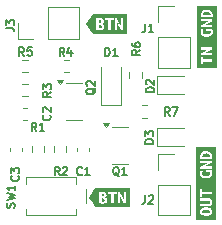
<source format=gbr>
%TF.GenerationSoftware,KiCad,Pcbnew,8.0.1*%
%TF.CreationDate,2024-05-12T11:03:26+05:30*%
%TF.ProjectId,PBSEQ-D1,50425345-512d-4443-912e-6b696361645f,0.1*%
%TF.SameCoordinates,PX7bfa480PY68e7780*%
%TF.FileFunction,Legend,Top*%
%TF.FilePolarity,Positive*%
%FSLAX46Y46*%
G04 Gerber Fmt 4.6, Leading zero omitted, Abs format (unit mm)*
G04 Created by KiCad (PCBNEW 8.0.1) date 2024-05-12 11:03:26*
%MOMM*%
%LPD*%
G01*
G04 APERTURE LIST*
%ADD10C,0.150000*%
%ADD11C,0.120000*%
%ADD12C,0.000000*%
G04 APERTURE END LIST*
D10*
X1422700Y1296667D02*
X1456033Y1396667D01*
X1456033Y1396667D02*
X1456033Y1563333D01*
X1456033Y1563333D02*
X1422700Y1630000D01*
X1422700Y1630000D02*
X1389366Y1663333D01*
X1389366Y1663333D02*
X1322700Y1696667D01*
X1322700Y1696667D02*
X1256033Y1696667D01*
X1256033Y1696667D02*
X1189366Y1663333D01*
X1189366Y1663333D02*
X1156033Y1630000D01*
X1156033Y1630000D02*
X1122700Y1563333D01*
X1122700Y1563333D02*
X1089366Y1430000D01*
X1089366Y1430000D02*
X1056033Y1363333D01*
X1056033Y1363333D02*
X1022700Y1330000D01*
X1022700Y1330000D02*
X956033Y1296667D01*
X956033Y1296667D02*
X889366Y1296667D01*
X889366Y1296667D02*
X822700Y1330000D01*
X822700Y1330000D02*
X789366Y1363333D01*
X789366Y1363333D02*
X756033Y1430000D01*
X756033Y1430000D02*
X756033Y1596667D01*
X756033Y1596667D02*
X789366Y1696667D01*
X756033Y1930000D02*
X1456033Y2096667D01*
X1456033Y2096667D02*
X956033Y2230000D01*
X956033Y2230000D02*
X1456033Y2363334D01*
X1456033Y2363334D02*
X756033Y2530000D01*
X1456033Y3163334D02*
X1456033Y2763334D01*
X1456033Y2963334D02*
X756033Y2963334D01*
X756033Y2963334D02*
X856033Y2896667D01*
X856033Y2896667D02*
X922700Y2830000D01*
X922700Y2830000D02*
X956033Y2763334D01*
X14568333Y9098967D02*
X14335000Y9432300D01*
X14168333Y9098967D02*
X14168333Y9798967D01*
X14168333Y9798967D02*
X14435000Y9798967D01*
X14435000Y9798967D02*
X14501667Y9765634D01*
X14501667Y9765634D02*
X14535000Y9732300D01*
X14535000Y9732300D02*
X14568333Y9665634D01*
X14568333Y9665634D02*
X14568333Y9565634D01*
X14568333Y9565634D02*
X14535000Y9498967D01*
X14535000Y9498967D02*
X14501667Y9465634D01*
X14501667Y9465634D02*
X14435000Y9432300D01*
X14435000Y9432300D02*
X14168333Y9432300D01*
X14801667Y9798967D02*
X15268333Y9798967D01*
X15268333Y9798967D02*
X14968333Y9098967D01*
X12071033Y14648334D02*
X11737700Y14415001D01*
X12071033Y14248334D02*
X11371033Y14248334D01*
X11371033Y14248334D02*
X11371033Y14515001D01*
X11371033Y14515001D02*
X11404366Y14581667D01*
X11404366Y14581667D02*
X11437700Y14615001D01*
X11437700Y14615001D02*
X11504366Y14648334D01*
X11504366Y14648334D02*
X11604366Y14648334D01*
X11604366Y14648334D02*
X11671033Y14615001D01*
X11671033Y14615001D02*
X11704366Y14581667D01*
X11704366Y14581667D02*
X11737700Y14515001D01*
X11737700Y14515001D02*
X11737700Y14248334D01*
X11371033Y15248334D02*
X11371033Y15115001D01*
X11371033Y15115001D02*
X11404366Y15048334D01*
X11404366Y15048334D02*
X11437700Y15015001D01*
X11437700Y15015001D02*
X11537700Y14948334D01*
X11537700Y14948334D02*
X11671033Y14915001D01*
X11671033Y14915001D02*
X11937700Y14915001D01*
X11937700Y14915001D02*
X12004366Y14948334D01*
X12004366Y14948334D02*
X12037700Y14981667D01*
X12037700Y14981667D02*
X12071033Y15048334D01*
X12071033Y15048334D02*
X12071033Y15181667D01*
X12071033Y15181667D02*
X12037700Y15248334D01*
X12037700Y15248334D02*
X12004366Y15281667D01*
X12004366Y15281667D02*
X11937700Y15315001D01*
X11937700Y15315001D02*
X11771033Y15315001D01*
X11771033Y15315001D02*
X11704366Y15281667D01*
X11704366Y15281667D02*
X11671033Y15248334D01*
X11671033Y15248334D02*
X11637700Y15181667D01*
X11637700Y15181667D02*
X11637700Y15048334D01*
X11637700Y15048334D02*
X11671033Y14981667D01*
X11671033Y14981667D02*
X11704366Y14948334D01*
X11704366Y14948334D02*
X11771033Y14915001D01*
X2248333Y14178967D02*
X2015000Y14512300D01*
X1848333Y14178967D02*
X1848333Y14878967D01*
X1848333Y14878967D02*
X2115000Y14878967D01*
X2115000Y14878967D02*
X2181667Y14845634D01*
X2181667Y14845634D02*
X2215000Y14812300D01*
X2215000Y14812300D02*
X2248333Y14745634D01*
X2248333Y14745634D02*
X2248333Y14645634D01*
X2248333Y14645634D02*
X2215000Y14578967D01*
X2215000Y14578967D02*
X2181667Y14545634D01*
X2181667Y14545634D02*
X2115000Y14512300D01*
X2115000Y14512300D02*
X1848333Y14512300D01*
X2881667Y14878967D02*
X2548333Y14878967D01*
X2548333Y14878967D02*
X2515000Y14545634D01*
X2515000Y14545634D02*
X2548333Y14578967D01*
X2548333Y14578967D02*
X2615000Y14612300D01*
X2615000Y14612300D02*
X2781667Y14612300D01*
X2781667Y14612300D02*
X2848333Y14578967D01*
X2848333Y14578967D02*
X2881667Y14545634D01*
X2881667Y14545634D02*
X2915000Y14478967D01*
X2915000Y14478967D02*
X2915000Y14312300D01*
X2915000Y14312300D02*
X2881667Y14245634D01*
X2881667Y14245634D02*
X2848333Y14212300D01*
X2848333Y14212300D02*
X2781667Y14178967D01*
X2781667Y14178967D02*
X2615000Y14178967D01*
X2615000Y14178967D02*
X2548333Y14212300D01*
X2548333Y14212300D02*
X2515000Y14245634D01*
X5648333Y14138967D02*
X5415000Y14472300D01*
X5248333Y14138967D02*
X5248333Y14838967D01*
X5248333Y14838967D02*
X5515000Y14838967D01*
X5515000Y14838967D02*
X5581667Y14805634D01*
X5581667Y14805634D02*
X5615000Y14772300D01*
X5615000Y14772300D02*
X5648333Y14705634D01*
X5648333Y14705634D02*
X5648333Y14605634D01*
X5648333Y14605634D02*
X5615000Y14538967D01*
X5615000Y14538967D02*
X5581667Y14505634D01*
X5581667Y14505634D02*
X5515000Y14472300D01*
X5515000Y14472300D02*
X5248333Y14472300D01*
X6248333Y14605634D02*
X6248333Y14138967D01*
X6081667Y14872300D02*
X5915000Y14372300D01*
X5915000Y14372300D02*
X6348333Y14372300D01*
X4541033Y11098334D02*
X4207700Y10865001D01*
X4541033Y10698334D02*
X3841033Y10698334D01*
X3841033Y10698334D02*
X3841033Y10965001D01*
X3841033Y10965001D02*
X3874366Y11031667D01*
X3874366Y11031667D02*
X3907700Y11065001D01*
X3907700Y11065001D02*
X3974366Y11098334D01*
X3974366Y11098334D02*
X4074366Y11098334D01*
X4074366Y11098334D02*
X4141033Y11065001D01*
X4141033Y11065001D02*
X4174366Y11031667D01*
X4174366Y11031667D02*
X4207700Y10965001D01*
X4207700Y10965001D02*
X4207700Y10698334D01*
X3841033Y11331667D02*
X3841033Y11765001D01*
X3841033Y11765001D02*
X4107700Y11531667D01*
X4107700Y11531667D02*
X4107700Y11631667D01*
X4107700Y11631667D02*
X4141033Y11698334D01*
X4141033Y11698334D02*
X4174366Y11731667D01*
X4174366Y11731667D02*
X4241033Y11765001D01*
X4241033Y11765001D02*
X4407700Y11765001D01*
X4407700Y11765001D02*
X4474366Y11731667D01*
X4474366Y11731667D02*
X4507700Y11698334D01*
X4507700Y11698334D02*
X4541033Y11631667D01*
X4541033Y11631667D02*
X4541033Y11431667D01*
X4541033Y11431667D02*
X4507700Y11365001D01*
X4507700Y11365001D02*
X4474366Y11331667D01*
X5238333Y4048967D02*
X5005000Y4382300D01*
X4838333Y4048967D02*
X4838333Y4748967D01*
X4838333Y4748967D02*
X5105000Y4748967D01*
X5105000Y4748967D02*
X5171667Y4715634D01*
X5171667Y4715634D02*
X5205000Y4682300D01*
X5205000Y4682300D02*
X5238333Y4615634D01*
X5238333Y4615634D02*
X5238333Y4515634D01*
X5238333Y4515634D02*
X5205000Y4448967D01*
X5205000Y4448967D02*
X5171667Y4415634D01*
X5171667Y4415634D02*
X5105000Y4382300D01*
X5105000Y4382300D02*
X4838333Y4382300D01*
X5505000Y4682300D02*
X5538333Y4715634D01*
X5538333Y4715634D02*
X5605000Y4748967D01*
X5605000Y4748967D02*
X5771667Y4748967D01*
X5771667Y4748967D02*
X5838333Y4715634D01*
X5838333Y4715634D02*
X5871667Y4682300D01*
X5871667Y4682300D02*
X5905000Y4615634D01*
X5905000Y4615634D02*
X5905000Y4548967D01*
X5905000Y4548967D02*
X5871667Y4448967D01*
X5871667Y4448967D02*
X5471667Y4048967D01*
X5471667Y4048967D02*
X5905000Y4048967D01*
X3288333Y7778967D02*
X3055000Y8112300D01*
X2888333Y7778967D02*
X2888333Y8478967D01*
X2888333Y8478967D02*
X3155000Y8478967D01*
X3155000Y8478967D02*
X3221667Y8445634D01*
X3221667Y8445634D02*
X3255000Y8412300D01*
X3255000Y8412300D02*
X3288333Y8345634D01*
X3288333Y8345634D02*
X3288333Y8245634D01*
X3288333Y8245634D02*
X3255000Y8178967D01*
X3255000Y8178967D02*
X3221667Y8145634D01*
X3221667Y8145634D02*
X3155000Y8112300D01*
X3155000Y8112300D02*
X2888333Y8112300D01*
X3955000Y7778967D02*
X3555000Y7778967D01*
X3755000Y7778967D02*
X3755000Y8478967D01*
X3755000Y8478967D02*
X3688333Y8378967D01*
X3688333Y8378967D02*
X3621667Y8312300D01*
X3621667Y8312300D02*
X3555000Y8278967D01*
X8269700Y11398334D02*
X8236366Y11331667D01*
X8236366Y11331667D02*
X8169700Y11265000D01*
X8169700Y11265000D02*
X8069700Y11165000D01*
X8069700Y11165000D02*
X8036366Y11098334D01*
X8036366Y11098334D02*
X8036366Y11031667D01*
X8203033Y11065000D02*
X8169700Y10998334D01*
X8169700Y10998334D02*
X8103033Y10931667D01*
X8103033Y10931667D02*
X7969700Y10898334D01*
X7969700Y10898334D02*
X7736366Y10898334D01*
X7736366Y10898334D02*
X7603033Y10931667D01*
X7603033Y10931667D02*
X7536366Y10998334D01*
X7536366Y10998334D02*
X7503033Y11065000D01*
X7503033Y11065000D02*
X7503033Y11198334D01*
X7503033Y11198334D02*
X7536366Y11265000D01*
X7536366Y11265000D02*
X7603033Y11331667D01*
X7603033Y11331667D02*
X7736366Y11365000D01*
X7736366Y11365000D02*
X7969700Y11365000D01*
X7969700Y11365000D02*
X8103033Y11331667D01*
X8103033Y11331667D02*
X8169700Y11265000D01*
X8169700Y11265000D02*
X8203033Y11198334D01*
X8203033Y11198334D02*
X8203033Y11065000D01*
X7569700Y11631667D02*
X7536366Y11665000D01*
X7536366Y11665000D02*
X7503033Y11731667D01*
X7503033Y11731667D02*
X7503033Y11898333D01*
X7503033Y11898333D02*
X7536366Y11965000D01*
X7536366Y11965000D02*
X7569700Y11998333D01*
X7569700Y11998333D02*
X7636366Y12031667D01*
X7636366Y12031667D02*
X7703033Y12031667D01*
X7703033Y12031667D02*
X7803033Y11998333D01*
X7803033Y11998333D02*
X8203033Y11598333D01*
X8203033Y11598333D02*
X8203033Y12031667D01*
X10298333Y3982300D02*
X10231666Y4015634D01*
X10231666Y4015634D02*
X10165000Y4082300D01*
X10165000Y4082300D02*
X10065000Y4182300D01*
X10065000Y4182300D02*
X9998333Y4215634D01*
X9998333Y4215634D02*
X9931666Y4215634D01*
X9965000Y4048967D02*
X9898333Y4082300D01*
X9898333Y4082300D02*
X9831666Y4148967D01*
X9831666Y4148967D02*
X9798333Y4282300D01*
X9798333Y4282300D02*
X9798333Y4515634D01*
X9798333Y4515634D02*
X9831666Y4648967D01*
X9831666Y4648967D02*
X9898333Y4715634D01*
X9898333Y4715634D02*
X9965000Y4748967D01*
X9965000Y4748967D02*
X10098333Y4748967D01*
X10098333Y4748967D02*
X10165000Y4715634D01*
X10165000Y4715634D02*
X10231666Y4648967D01*
X10231666Y4648967D02*
X10265000Y4515634D01*
X10265000Y4515634D02*
X10265000Y4282300D01*
X10265000Y4282300D02*
X10231666Y4148967D01*
X10231666Y4148967D02*
X10165000Y4082300D01*
X10165000Y4082300D02*
X10098333Y4048967D01*
X10098333Y4048967D02*
X9965000Y4048967D01*
X10931666Y4048967D02*
X10531666Y4048967D01*
X10731666Y4048967D02*
X10731666Y4748967D01*
X10731666Y4748967D02*
X10664999Y4648967D01*
X10664999Y4648967D02*
X10598333Y4582300D01*
X10598333Y4582300D02*
X10531666Y4548967D01*
X723533Y16491667D02*
X1223533Y16491667D01*
X1223533Y16491667D02*
X1323533Y16458334D01*
X1323533Y16458334D02*
X1390200Y16391667D01*
X1390200Y16391667D02*
X1423533Y16291667D01*
X1423533Y16291667D02*
X1423533Y16225000D01*
X723533Y16758333D02*
X723533Y17191667D01*
X723533Y17191667D02*
X990200Y16958333D01*
X990200Y16958333D02*
X990200Y17058333D01*
X990200Y17058333D02*
X1023533Y17125000D01*
X1023533Y17125000D02*
X1056866Y17158333D01*
X1056866Y17158333D02*
X1123533Y17191667D01*
X1123533Y17191667D02*
X1290200Y17191667D01*
X1290200Y17191667D02*
X1356866Y17158333D01*
X1356866Y17158333D02*
X1390200Y17125000D01*
X1390200Y17125000D02*
X1423533Y17058333D01*
X1423533Y17058333D02*
X1423533Y16858333D01*
X1423533Y16858333D02*
X1390200Y16791667D01*
X1390200Y16791667D02*
X1356866Y16758333D01*
X12491666Y2338967D02*
X12491666Y1838967D01*
X12491666Y1838967D02*
X12458333Y1738967D01*
X12458333Y1738967D02*
X12391666Y1672300D01*
X12391666Y1672300D02*
X12291666Y1638967D01*
X12291666Y1638967D02*
X12225000Y1638967D01*
X12791666Y2272300D02*
X12824999Y2305634D01*
X12824999Y2305634D02*
X12891666Y2338967D01*
X12891666Y2338967D02*
X13058333Y2338967D01*
X13058333Y2338967D02*
X13124999Y2305634D01*
X13124999Y2305634D02*
X13158333Y2272300D01*
X13158333Y2272300D02*
X13191666Y2205634D01*
X13191666Y2205634D02*
X13191666Y2138967D01*
X13191666Y2138967D02*
X13158333Y2038967D01*
X13158333Y2038967D02*
X12758333Y1638967D01*
X12758333Y1638967D02*
X13191666Y1638967D01*
X12491666Y16838967D02*
X12491666Y16338967D01*
X12491666Y16338967D02*
X12458333Y16238967D01*
X12458333Y16238967D02*
X12391666Y16172300D01*
X12391666Y16172300D02*
X12291666Y16138967D01*
X12291666Y16138967D02*
X12225000Y16138967D01*
X13191666Y16138967D02*
X12791666Y16138967D01*
X12991666Y16138967D02*
X12991666Y16838967D01*
X12991666Y16838967D02*
X12924999Y16738967D01*
X12924999Y16738967D02*
X12858333Y16672300D01*
X12858333Y16672300D02*
X12791666Y16638967D01*
X13191033Y6728334D02*
X12491033Y6728334D01*
X12491033Y6728334D02*
X12491033Y6895001D01*
X12491033Y6895001D02*
X12524366Y6995001D01*
X12524366Y6995001D02*
X12591033Y7061667D01*
X12591033Y7061667D02*
X12657700Y7095001D01*
X12657700Y7095001D02*
X12791033Y7128334D01*
X12791033Y7128334D02*
X12891033Y7128334D01*
X12891033Y7128334D02*
X13024366Y7095001D01*
X13024366Y7095001D02*
X13091033Y7061667D01*
X13091033Y7061667D02*
X13157700Y6995001D01*
X13157700Y6995001D02*
X13191033Y6895001D01*
X13191033Y6895001D02*
X13191033Y6728334D01*
X12491033Y7361667D02*
X12491033Y7795001D01*
X12491033Y7795001D02*
X12757700Y7561667D01*
X12757700Y7561667D02*
X12757700Y7661667D01*
X12757700Y7661667D02*
X12791033Y7728334D01*
X12791033Y7728334D02*
X12824366Y7761667D01*
X12824366Y7761667D02*
X12891033Y7795001D01*
X12891033Y7795001D02*
X13057700Y7795001D01*
X13057700Y7795001D02*
X13124366Y7761667D01*
X13124366Y7761667D02*
X13157700Y7728334D01*
X13157700Y7728334D02*
X13191033Y7661667D01*
X13191033Y7661667D02*
X13191033Y7461667D01*
X13191033Y7461667D02*
X13157700Y7395001D01*
X13157700Y7395001D02*
X13124366Y7361667D01*
X13251033Y11078334D02*
X12551033Y11078334D01*
X12551033Y11078334D02*
X12551033Y11245001D01*
X12551033Y11245001D02*
X12584366Y11345001D01*
X12584366Y11345001D02*
X12651033Y11411667D01*
X12651033Y11411667D02*
X12717700Y11445001D01*
X12717700Y11445001D02*
X12851033Y11478334D01*
X12851033Y11478334D02*
X12951033Y11478334D01*
X12951033Y11478334D02*
X13084366Y11445001D01*
X13084366Y11445001D02*
X13151033Y11411667D01*
X13151033Y11411667D02*
X13217700Y11345001D01*
X13217700Y11345001D02*
X13251033Y11245001D01*
X13251033Y11245001D02*
X13251033Y11078334D01*
X12617700Y11745001D02*
X12584366Y11778334D01*
X12584366Y11778334D02*
X12551033Y11845001D01*
X12551033Y11845001D02*
X12551033Y12011667D01*
X12551033Y12011667D02*
X12584366Y12078334D01*
X12584366Y12078334D02*
X12617700Y12111667D01*
X12617700Y12111667D02*
X12684366Y12145001D01*
X12684366Y12145001D02*
X12751033Y12145001D01*
X12751033Y12145001D02*
X12851033Y12111667D01*
X12851033Y12111667D02*
X13251033Y11711667D01*
X13251033Y11711667D02*
X13251033Y12145001D01*
X9103333Y14108967D02*
X9103333Y14808967D01*
X9103333Y14808967D02*
X9270000Y14808967D01*
X9270000Y14808967D02*
X9370000Y14775634D01*
X9370000Y14775634D02*
X9436667Y14708967D01*
X9436667Y14708967D02*
X9470000Y14642300D01*
X9470000Y14642300D02*
X9503333Y14508967D01*
X9503333Y14508967D02*
X9503333Y14408967D01*
X9503333Y14408967D02*
X9470000Y14275634D01*
X9470000Y14275634D02*
X9436667Y14208967D01*
X9436667Y14208967D02*
X9370000Y14142300D01*
X9370000Y14142300D02*
X9270000Y14108967D01*
X9270000Y14108967D02*
X9103333Y14108967D01*
X10170000Y14108967D02*
X9770000Y14108967D01*
X9970000Y14108967D02*
X9970000Y14808967D01*
X9970000Y14808967D02*
X9903333Y14708967D01*
X9903333Y14708967D02*
X9836667Y14642300D01*
X9836667Y14642300D02*
X9770000Y14608967D01*
X1744366Y3988334D02*
X1777700Y3955001D01*
X1777700Y3955001D02*
X1811033Y3855001D01*
X1811033Y3855001D02*
X1811033Y3788334D01*
X1811033Y3788334D02*
X1777700Y3688334D01*
X1777700Y3688334D02*
X1711033Y3621667D01*
X1711033Y3621667D02*
X1644366Y3588334D01*
X1644366Y3588334D02*
X1511033Y3555001D01*
X1511033Y3555001D02*
X1411033Y3555001D01*
X1411033Y3555001D02*
X1277700Y3588334D01*
X1277700Y3588334D02*
X1211033Y3621667D01*
X1211033Y3621667D02*
X1144366Y3688334D01*
X1144366Y3688334D02*
X1111033Y3788334D01*
X1111033Y3788334D02*
X1111033Y3855001D01*
X1111033Y3855001D02*
X1144366Y3955001D01*
X1144366Y3955001D02*
X1177700Y3988334D01*
X1111033Y4221667D02*
X1111033Y4655001D01*
X1111033Y4655001D02*
X1377700Y4421667D01*
X1377700Y4421667D02*
X1377700Y4521667D01*
X1377700Y4521667D02*
X1411033Y4588334D01*
X1411033Y4588334D02*
X1444366Y4621667D01*
X1444366Y4621667D02*
X1511033Y4655001D01*
X1511033Y4655001D02*
X1677700Y4655001D01*
X1677700Y4655001D02*
X1744366Y4621667D01*
X1744366Y4621667D02*
X1777700Y4588334D01*
X1777700Y4588334D02*
X1811033Y4521667D01*
X1811033Y4521667D02*
X1811033Y4321667D01*
X1811033Y4321667D02*
X1777700Y4255001D01*
X1777700Y4255001D02*
X1744366Y4221667D01*
X4434366Y9138334D02*
X4467700Y9105001D01*
X4467700Y9105001D02*
X4501033Y9005001D01*
X4501033Y9005001D02*
X4501033Y8938334D01*
X4501033Y8938334D02*
X4467700Y8838334D01*
X4467700Y8838334D02*
X4401033Y8771667D01*
X4401033Y8771667D02*
X4334366Y8738334D01*
X4334366Y8738334D02*
X4201033Y8705001D01*
X4201033Y8705001D02*
X4101033Y8705001D01*
X4101033Y8705001D02*
X3967700Y8738334D01*
X3967700Y8738334D02*
X3901033Y8771667D01*
X3901033Y8771667D02*
X3834366Y8838334D01*
X3834366Y8838334D02*
X3801033Y8938334D01*
X3801033Y8938334D02*
X3801033Y9005001D01*
X3801033Y9005001D02*
X3834366Y9105001D01*
X3834366Y9105001D02*
X3867700Y9138334D01*
X3867700Y9405001D02*
X3834366Y9438334D01*
X3834366Y9438334D02*
X3801033Y9505001D01*
X3801033Y9505001D02*
X3801033Y9671667D01*
X3801033Y9671667D02*
X3834366Y9738334D01*
X3834366Y9738334D02*
X3867700Y9771667D01*
X3867700Y9771667D02*
X3934366Y9805001D01*
X3934366Y9805001D02*
X4001033Y9805001D01*
X4001033Y9805001D02*
X4101033Y9771667D01*
X4101033Y9771667D02*
X4501033Y9371667D01*
X4501033Y9371667D02*
X4501033Y9805001D01*
X7138333Y4115634D02*
X7105000Y4082300D01*
X7105000Y4082300D02*
X7005000Y4048967D01*
X7005000Y4048967D02*
X6938333Y4048967D01*
X6938333Y4048967D02*
X6838333Y4082300D01*
X6838333Y4082300D02*
X6771667Y4148967D01*
X6771667Y4148967D02*
X6738333Y4215634D01*
X6738333Y4215634D02*
X6705000Y4348967D01*
X6705000Y4348967D02*
X6705000Y4448967D01*
X6705000Y4448967D02*
X6738333Y4582300D01*
X6738333Y4582300D02*
X6771667Y4648967D01*
X6771667Y4648967D02*
X6838333Y4715634D01*
X6838333Y4715634D02*
X6938333Y4748967D01*
X6938333Y4748967D02*
X7005000Y4748967D01*
X7005000Y4748967D02*
X7105000Y4715634D01*
X7105000Y4715634D02*
X7138333Y4682300D01*
X7805000Y4048967D02*
X7405000Y4048967D01*
X7605000Y4048967D02*
X7605000Y4748967D01*
X7605000Y4748967D02*
X7538333Y4648967D01*
X7538333Y4648967D02*
X7471667Y4582300D01*
X7471667Y4582300D02*
X7405000Y4548967D01*
D11*
%TO.C,SW1*%
X7480000Y1660000D02*
X7480000Y2860000D01*
X6630000Y660000D02*
X2430000Y660000D01*
X6630000Y1210000D02*
X6630000Y660000D01*
X6630000Y3310000D02*
X6630000Y3860000D01*
X6630000Y3860000D02*
X2430000Y3860000D01*
X2430000Y660000D02*
X2430000Y1210000D01*
X2430000Y3860000D02*
X2430000Y3310000D01*
D12*
%TO.C,kibuzzard-663FBC0C*%
G36*
X10919968Y16016033D02*
G01*
X10589239Y16016033D01*
X10432076Y16016033D01*
X9570064Y16016033D01*
X8639789Y16016033D01*
X8366739Y16016033D01*
X8036010Y16016033D01*
X7796474Y16375337D01*
X8366739Y16375337D01*
X8435398Y16362836D01*
X8504851Y16353906D01*
X8573511Y16348548D01*
X8639789Y16346762D01*
X8718172Y16350533D01*
X8791395Y16361844D01*
X8857276Y16382084D01*
X8913633Y16412644D01*
X8995389Y16507894D01*
X9018011Y16574767D01*
X9025551Y16656325D01*
X9016622Y16723000D01*
X8989833Y16786500D01*
X8938040Y16842062D01*
X8854101Y16884925D01*
X8945383Y16970650D01*
X8970981Y17028594D01*
X8979514Y17094475D01*
X8965226Y17186550D01*
X8911251Y17269894D01*
X8801714Y17330219D01*
X8746426Y17342125D01*
X9114451Y17342125D01*
X9114451Y17180200D01*
X9373214Y17180200D01*
X9373214Y16359462D01*
X9570064Y16359462D01*
X9570064Y17180200D01*
X9828826Y17180200D01*
X9828826Y17342125D01*
X9941539Y17342125D01*
X9941539Y16359462D01*
X10117751Y16359462D01*
X10117751Y17011925D01*
X10176753Y16903005D01*
X10233110Y16794261D01*
X10286820Y16685694D01*
X10337885Y16577126D01*
X10386303Y16468383D01*
X10432076Y16359462D01*
X10589239Y16359462D01*
X10589239Y17342125D01*
X10413026Y17342125D01*
X10413026Y16737287D01*
X10385047Y16799200D01*
X10351908Y16870638D01*
X10314601Y16948028D01*
X10274120Y17027800D01*
X10231456Y17108961D01*
X10187601Y17190519D01*
X10143151Y17269298D01*
X10098701Y17342125D01*
X9941539Y17342125D01*
X9828826Y17342125D01*
X9114451Y17342125D01*
X8746426Y17342125D01*
X8721545Y17347483D01*
X8620739Y17353238D01*
X8488976Y17346094D01*
X8366739Y17329425D01*
X8366739Y16375337D01*
X7796474Y16375337D01*
X7480032Y16850000D01*
X8036010Y17683967D01*
X8366739Y17683967D01*
X10589239Y17683967D01*
X10919968Y17683967D01*
X10919968Y16016033D01*
G37*
G36*
X8788220Y16758719D02*
G01*
X8833464Y16656325D01*
X8817589Y16585681D01*
X8777108Y16542819D01*
X8720751Y16522181D01*
X8655664Y16516625D01*
X8607245Y16518212D01*
X8562001Y16522975D01*
X8562001Y16789675D01*
X8666776Y16789675D01*
X8788220Y16758719D01*
G37*
G36*
X8703289Y17179406D02*
G01*
X8747739Y17163531D01*
X8777901Y17130194D01*
X8789014Y17073838D01*
X8750914Y16984144D01*
X8638201Y16951600D01*
X8562001Y16951600D01*
X8562001Y17177025D01*
X8604864Y17181788D01*
X8650901Y17183375D01*
X8703289Y17179406D01*
G37*
%TO.C,kibuzzard-663FBD0F*%
G36*
X18543492Y17085881D02*
G01*
X18543492Y16173069D01*
X18543492Y14704631D01*
X18543492Y13433044D01*
X18543492Y13102315D01*
X16856508Y13102315D01*
X16856508Y13433044D01*
X17209462Y13433044D01*
X17371387Y13433044D01*
X17371387Y13647356D01*
X18030200Y13647356D01*
X18030200Y13433044D01*
X18192125Y13433044D01*
X18192125Y14056931D01*
X18030200Y14056931D01*
X18030200Y13844206D01*
X17371387Y13844206D01*
X17371387Y14056931D01*
X17209462Y14056931D01*
X17209462Y13433044D01*
X16856508Y13433044D01*
X16856508Y14214094D01*
X17209462Y14214094D01*
X18192125Y14214094D01*
X18192125Y14390306D01*
X17539662Y14390306D01*
X17648583Y14449308D01*
X17757326Y14505665D01*
X17865894Y14559375D01*
X17974461Y14610440D01*
X18083205Y14658858D01*
X18192125Y14704631D01*
X18192125Y14861794D01*
X17209462Y14861794D01*
X17209462Y14685581D01*
X17814300Y14685581D01*
X17752387Y14657602D01*
X17680950Y14624463D01*
X17603559Y14587156D01*
X17523787Y14546675D01*
X17442627Y14504011D01*
X17361069Y14460156D01*
X17282289Y14415706D01*
X17209462Y14371256D01*
X17209462Y14214094D01*
X16856508Y14214094D01*
X16856508Y16196881D01*
X17187237Y16196881D01*
X17195373Y16110759D01*
X17219781Y16030194D01*
X17260461Y15957566D01*
X17317412Y15895256D01*
X17390239Y15844059D01*
X17478544Y15804769D01*
X17581930Y15779766D01*
X17700000Y15771431D01*
X17819261Y15778575D01*
X17923044Y15800006D01*
X18011150Y15834534D01*
X18083381Y15880969D01*
X18139737Y15938714D01*
X18180219Y16007175D01*
X18204627Y16085558D01*
X18212762Y16173069D01*
X18208794Y16270105D01*
X18196887Y16351663D01*
X18168312Y16460406D01*
X17677775Y16460406D01*
X17677775Y16265144D01*
X18036550Y16265144D01*
X18041312Y16227044D01*
X18042900Y16188944D01*
X18022064Y16094091D01*
X17959556Y16025431D01*
X17893675Y15994563D01*
X17807156Y15976042D01*
X17700000Y15969869D01*
X17627173Y15973242D01*
X17561094Y15983362D01*
X17453144Y16027813D01*
X17382500Y16106394D01*
X17357100Y16223869D01*
X17374562Y16328644D01*
X17414250Y16414369D01*
X17258675Y16465169D01*
X17239625Y16432625D01*
X17215812Y16377856D01*
X17195969Y16299275D01*
X17187237Y16196881D01*
X16856508Y16196881D01*
X16856508Y16595344D01*
X17209462Y16595344D01*
X18192125Y16595344D01*
X18192125Y16771556D01*
X17539662Y16771556D01*
X17648583Y16830558D01*
X17757326Y16886915D01*
X17865894Y16940625D01*
X17974461Y16991690D01*
X18083205Y17040108D01*
X18192125Y17085881D01*
X18192125Y17243044D01*
X17209462Y17243044D01*
X17209462Y17066831D01*
X17814300Y17066831D01*
X17752387Y17038852D01*
X17680950Y17005713D01*
X17603559Y16968406D01*
X17523787Y16927925D01*
X17442627Y16885261D01*
X17361069Y16841406D01*
X17282289Y16796956D01*
X17209462Y16752506D01*
X17209462Y16595344D01*
X16856508Y16595344D01*
X16856508Y17636744D01*
X17198350Y17636744D01*
X17203112Y17527206D01*
X17222162Y17401794D01*
X18181012Y17401794D01*
X18199269Y17508950D01*
X18204825Y17611344D01*
X18197880Y17707189D01*
X18177044Y17794700D01*
X18141127Y17872289D01*
X18088937Y17938369D01*
X18019683Y17992145D01*
X17932569Y18032825D01*
X17826405Y18058423D01*
X17700000Y18066956D01*
X17576373Y18059217D01*
X17472194Y18036000D01*
X17386072Y17998892D01*
X17316619Y17949481D01*
X17263636Y17887767D01*
X17226925Y17813750D01*
X17205494Y17729414D01*
X17198350Y17636744D01*
X16856508Y17636744D01*
X16856508Y18066956D01*
X16856508Y18397685D01*
X18543492Y18397685D01*
X18543492Y18066956D01*
X18543492Y17611344D01*
X18543492Y17085881D01*
G37*
G36*
X17770048Y17865542D02*
G01*
X17834144Y17856613D01*
X17939712Y17816925D01*
X18009562Y17743900D01*
X18034962Y17631981D01*
X18034962Y17614519D01*
X18033375Y17597056D01*
X17372975Y17597056D01*
X17369006Y17625631D01*
X17368212Y17654206D01*
X17395994Y17760569D01*
X17469812Y17825656D01*
X17576175Y17858994D01*
X17700000Y17868519D01*
X17770048Y17865542D01*
G37*
%TO.C,kibuzzard-663FBCF2*%
G36*
X18493492Y5104187D02*
G01*
X18493492Y4191375D01*
X18493492Y2654675D01*
X18493492Y1759325D01*
X18493492Y970337D01*
X18493492Y614737D01*
X18493492Y284008D01*
X16806508Y284008D01*
X16806508Y614737D01*
X16806508Y968750D01*
X17137237Y968750D01*
X17151613Y865739D01*
X17194740Y778956D01*
X17266619Y708400D01*
X17339098Y667423D01*
X17427155Y638153D01*
X17530789Y620591D01*
X17650000Y614738D01*
X17769211Y620443D01*
X17872845Y637558D01*
X17960902Y666083D01*
X18033381Y706019D01*
X18105260Y775957D01*
X18148387Y864063D01*
X18162762Y970337D01*
X18148387Y1074054D01*
X18105260Y1160837D01*
X18033381Y1230687D01*
X17960902Y1270970D01*
X17872845Y1299744D01*
X17769211Y1317008D01*
X17650000Y1322762D01*
X17530789Y1317107D01*
X17427155Y1300141D01*
X17339098Y1271863D01*
X17266619Y1232275D01*
X17194740Y1162778D01*
X17151613Y1074936D01*
X17137237Y968750D01*
X16806508Y968750D01*
X16806508Y1427537D01*
X17159462Y1427537D01*
X17786525Y1427537D01*
X17868281Y1431506D01*
X17942100Y1443413D01*
X18006791Y1464844D01*
X18061162Y1497387D01*
X18136569Y1599781D01*
X18156214Y1671814D01*
X18162762Y1759325D01*
X18156214Y1848225D01*
X18136569Y1921250D01*
X18104620Y1979987D01*
X18061162Y2026025D01*
X18006791Y2059759D01*
X17942100Y2081587D01*
X17868281Y2093494D01*
X17786525Y2097462D01*
X17159462Y2097462D01*
X17159462Y1902200D01*
X17772237Y1902200D01*
X17876219Y1895850D01*
X17944481Y1873625D01*
X17981787Y1830762D01*
X17992900Y1762500D01*
X17981787Y1694237D01*
X17945275Y1652169D01*
X17877806Y1630737D01*
X17773825Y1624387D01*
X17159462Y1624387D01*
X17159462Y1427537D01*
X16806508Y1427537D01*
X16806508Y2199062D01*
X17159462Y2199062D01*
X17321387Y2199062D01*
X17321387Y2457825D01*
X18142125Y2457825D01*
X18142125Y2654675D01*
X17321387Y2654675D01*
X17321387Y2913437D01*
X17159462Y2913437D01*
X17159462Y2199062D01*
X16806508Y2199062D01*
X16806508Y4215187D01*
X17137237Y4215187D01*
X17145373Y4129066D01*
X17169781Y4048500D01*
X17210461Y3975872D01*
X17267412Y3913563D01*
X17340239Y3862366D01*
X17428544Y3823075D01*
X17531930Y3798072D01*
X17650000Y3789738D01*
X17769261Y3796881D01*
X17873044Y3818312D01*
X17961150Y3852841D01*
X18033381Y3899275D01*
X18089737Y3957020D01*
X18130219Y4025481D01*
X18154627Y4103864D01*
X18162762Y4191375D01*
X18158794Y4288411D01*
X18146887Y4369969D01*
X18118312Y4478713D01*
X17627775Y4478713D01*
X17627775Y4283450D01*
X17986550Y4283450D01*
X17991312Y4245350D01*
X17992900Y4207250D01*
X17972064Y4112397D01*
X17909556Y4043738D01*
X17843675Y4012869D01*
X17757156Y3994349D01*
X17650000Y3988175D01*
X17577173Y3991548D01*
X17511094Y4001669D01*
X17403144Y4046119D01*
X17332500Y4124700D01*
X17307100Y4242175D01*
X17324562Y4346950D01*
X17364250Y4432675D01*
X17208675Y4483475D01*
X17189625Y4450931D01*
X17165812Y4396163D01*
X17145969Y4317581D01*
X17137237Y4215187D01*
X16806508Y4215187D01*
X16806508Y4613650D01*
X17159462Y4613650D01*
X18142125Y4613650D01*
X18142125Y4789863D01*
X17489662Y4789863D01*
X17598583Y4848865D01*
X17707326Y4905221D01*
X17815894Y4958931D01*
X17924461Y5009996D01*
X18033205Y5058415D01*
X18142125Y5104187D01*
X18142125Y5261350D01*
X17159462Y5261350D01*
X17159462Y5085138D01*
X17764300Y5085138D01*
X17702387Y5057158D01*
X17630950Y5024019D01*
X17553559Y4986713D01*
X17473787Y4946231D01*
X17392627Y4903567D01*
X17311069Y4859712D01*
X17232289Y4815263D01*
X17159462Y4770812D01*
X17159462Y4613650D01*
X16806508Y4613650D01*
X16806508Y5655050D01*
X17148350Y5655050D01*
X17153112Y5545513D01*
X17172162Y5420100D01*
X18131012Y5420100D01*
X18149269Y5527256D01*
X18154825Y5629650D01*
X18147880Y5725495D01*
X18127044Y5813006D01*
X18091127Y5890595D01*
X18038937Y5956675D01*
X17969683Y6010452D01*
X17882569Y6051131D01*
X17776405Y6076730D01*
X17650000Y6085263D01*
X17526373Y6077523D01*
X17422194Y6054306D01*
X17336072Y6017198D01*
X17266619Y5967787D01*
X17213636Y5906073D01*
X17176925Y5832056D01*
X17155494Y5747720D01*
X17148350Y5655050D01*
X16806508Y5655050D01*
X16806508Y6085263D01*
X16806508Y6415992D01*
X18493492Y6415992D01*
X18493492Y6085263D01*
X18493492Y5629650D01*
X18493492Y5104187D01*
G37*
G36*
X17719056Y1122936D02*
G01*
X17783350Y1118769D01*
X17892094Y1096544D01*
X17965912Y1048919D01*
X17992900Y968750D01*
X17965912Y887787D01*
X17892887Y840956D01*
X17784144Y818731D01*
X17719255Y814564D01*
X17650000Y813175D01*
X17580944Y814564D01*
X17516650Y818731D01*
X17407906Y840956D01*
X17334087Y887787D01*
X17307100Y968750D01*
X17334087Y1049713D01*
X17407112Y1096544D01*
X17515856Y1118769D01*
X17580745Y1122936D01*
X17650000Y1124325D01*
X17719056Y1122936D01*
G37*
G36*
X17720048Y5883848D02*
G01*
X17784144Y5874919D01*
X17889712Y5835231D01*
X17959562Y5762206D01*
X17984962Y5650287D01*
X17984962Y5632825D01*
X17983375Y5615363D01*
X17322975Y5615363D01*
X17319006Y5643938D01*
X17318212Y5672512D01*
X17345994Y5778875D01*
X17419812Y5843962D01*
X17526175Y5877300D01*
X17650000Y5886825D01*
X17720048Y5883848D01*
G37*
%TO.C,kibuzzard-663FBC0C*%
G36*
X11169968Y1316033D02*
G01*
X10839239Y1316033D01*
X10682076Y1316033D01*
X9820064Y1316033D01*
X8889789Y1316033D01*
X8616739Y1316033D01*
X8286010Y1316033D01*
X8046474Y1675337D01*
X8616739Y1675337D01*
X8685398Y1662836D01*
X8754851Y1653906D01*
X8823511Y1648548D01*
X8889789Y1646762D01*
X8968172Y1650533D01*
X9041395Y1661844D01*
X9107276Y1682084D01*
X9163633Y1712644D01*
X9245389Y1807894D01*
X9268011Y1874767D01*
X9275551Y1956325D01*
X9266622Y2023000D01*
X9239833Y2086500D01*
X9188040Y2142062D01*
X9104101Y2184925D01*
X9195383Y2270650D01*
X9220981Y2328594D01*
X9229514Y2394475D01*
X9215226Y2486550D01*
X9161251Y2569894D01*
X9051714Y2630219D01*
X8996426Y2642125D01*
X9364451Y2642125D01*
X9364451Y2480200D01*
X9623214Y2480200D01*
X9623214Y1659462D01*
X9820064Y1659462D01*
X9820064Y2480200D01*
X10078826Y2480200D01*
X10078826Y2642125D01*
X10191539Y2642125D01*
X10191539Y1659462D01*
X10367751Y1659462D01*
X10367751Y2311925D01*
X10426753Y2203005D01*
X10483110Y2094261D01*
X10536820Y1985694D01*
X10587885Y1877126D01*
X10636303Y1768383D01*
X10682076Y1659462D01*
X10839239Y1659462D01*
X10839239Y2642125D01*
X10663026Y2642125D01*
X10663026Y2037287D01*
X10635047Y2099200D01*
X10601908Y2170638D01*
X10564601Y2248028D01*
X10524120Y2327800D01*
X10481456Y2408961D01*
X10437601Y2490519D01*
X10393151Y2569298D01*
X10348701Y2642125D01*
X10191539Y2642125D01*
X10078826Y2642125D01*
X9364451Y2642125D01*
X8996426Y2642125D01*
X8971545Y2647483D01*
X8870739Y2653238D01*
X8738976Y2646094D01*
X8616739Y2629425D01*
X8616739Y1675337D01*
X8046474Y1675337D01*
X7730032Y2150000D01*
X8286010Y2983967D01*
X8616739Y2983967D01*
X10839239Y2983967D01*
X11169968Y2983967D01*
X11169968Y1316033D01*
G37*
G36*
X9038220Y2058719D02*
G01*
X9083464Y1956325D01*
X9067589Y1885681D01*
X9027108Y1842819D01*
X8970751Y1822181D01*
X8905664Y1816625D01*
X8857245Y1818212D01*
X8812001Y1822975D01*
X8812001Y2089675D01*
X8916776Y2089675D01*
X9038220Y2058719D01*
G37*
G36*
X8953289Y2479406D02*
G01*
X8997739Y2463531D01*
X9027901Y2430194D01*
X9039014Y2373838D01*
X9000914Y2284144D01*
X8888201Y2251600D01*
X8812001Y2251600D01*
X8812001Y2477025D01*
X8854864Y2481788D01*
X8900901Y2483375D01*
X8953289Y2479406D01*
G37*
D11*
%TO.C,R7*%
X12672258Y9967500D02*
X12197742Y9967500D01*
X12672258Y8922500D02*
X12197742Y8922500D01*
%TO.C,R6*%
X12207500Y12277742D02*
X12207500Y12752258D01*
X11162500Y12277742D02*
X11162500Y12752258D01*
%TO.C,R5*%
X2552258Y13797500D02*
X2077742Y13797500D01*
X2552258Y12752500D02*
X2077742Y12752500D01*
%TO.C,R4*%
X5577742Y12752500D02*
X6052258Y12752500D01*
X5577742Y13797500D02*
X6052258Y13797500D01*
%TO.C,R3*%
X2077742Y10722500D02*
X2552258Y10722500D01*
X2077742Y11767500D02*
X2552258Y11767500D01*
%TO.C,R2*%
X5817500Y6007742D02*
X5817500Y6482258D01*
X4772500Y6007742D02*
X4772500Y6482258D01*
%TO.C,R1*%
X2892500Y6482258D02*
X2892500Y6007742D01*
X3937500Y6482258D02*
X3937500Y6007742D01*
%TO.C,Q2*%
X6465000Y8703000D02*
X7115000Y8703000D01*
X6465000Y8703000D02*
X5815000Y8703000D01*
X6465000Y11823000D02*
X7115000Y11823000D01*
X6465000Y11823000D02*
X5815000Y11823000D01*
X5302500Y11773000D02*
X5062500Y12109000D01*
X5542500Y12109000D01*
X5302500Y11773000D01*
G36*
X5302500Y11773000D02*
G01*
X5062500Y12109000D01*
X5542500Y12109000D01*
X5302500Y11773000D01*
G37*
%TO.C,Q1*%
X10365000Y5034000D02*
X11015000Y5034000D01*
X10365000Y5034000D02*
X9715000Y5034000D01*
X10365000Y8154000D02*
X11015000Y8154000D01*
X10365000Y8154000D02*
X9715000Y8154000D01*
X9202500Y8104000D02*
X8962500Y8440000D01*
X9442500Y8440000D01*
X9202500Y8104000D01*
G36*
X9202500Y8104000D02*
G01*
X8962500Y8440000D01*
X9442500Y8440000D01*
X9202500Y8104000D01*
G37*
%TO.C,J3*%
X3022500Y15595000D02*
X1692500Y15595000D01*
X6892500Y15595000D02*
X6892500Y18255000D01*
X4292500Y15595000D02*
X6892500Y15595000D01*
X4292500Y15595000D02*
X4292500Y18255000D01*
X1692500Y15595000D02*
X1692500Y16925000D01*
X4292500Y18255000D02*
X6892500Y18255000D01*
%TO.C,J2*%
X13595000Y4525000D02*
X13595000Y5855000D01*
X13595000Y655000D02*
X16255000Y655000D01*
X13595000Y3255000D02*
X13595000Y655000D01*
X13595000Y3255000D02*
X16255000Y3255000D01*
X13595000Y5855000D02*
X14925000Y5855000D01*
X16255000Y3255000D02*
X16255000Y655000D01*
%TO.C,J1*%
X16255000Y15755000D02*
X16255000Y13155000D01*
X13595000Y18355000D02*
X14925000Y18355000D01*
X13595000Y15755000D02*
X16255000Y15755000D01*
X13595000Y15755000D02*
X13595000Y13155000D01*
X13595000Y13155000D02*
X16255000Y13155000D01*
X13595000Y17025000D02*
X13595000Y18355000D01*
%TO.C,D3*%
X13460000Y6560000D02*
X15745000Y6560000D01*
X13460000Y8030000D02*
X13460000Y6560000D01*
X15745000Y8030000D02*
X13460000Y8030000D01*
%TO.C,D2*%
X13460000Y10950000D02*
X15745000Y10950000D01*
X13460000Y12420000D02*
X13460000Y10950000D01*
X15745000Y12420000D02*
X13460000Y12420000D01*
%TO.C,D1*%
X8725000Y9970000D02*
X10425000Y9970000D01*
X8725000Y9970000D02*
X8725000Y13230000D01*
X10425000Y9970000D02*
X10425000Y13230000D01*
%TO.C,C3*%
X1015000Y6385580D02*
X1015000Y6104420D01*
X2035000Y6385580D02*
X2035000Y6104420D01*
%TO.C,C2*%
X2164420Y8725000D02*
X2445580Y8725000D01*
X2164420Y9745000D02*
X2445580Y9745000D01*
%TO.C,C1*%
X7765000Y6104420D02*
X7765000Y6385580D01*
X6745000Y6104420D02*
X6745000Y6385580D01*
%TD*%
M02*

</source>
